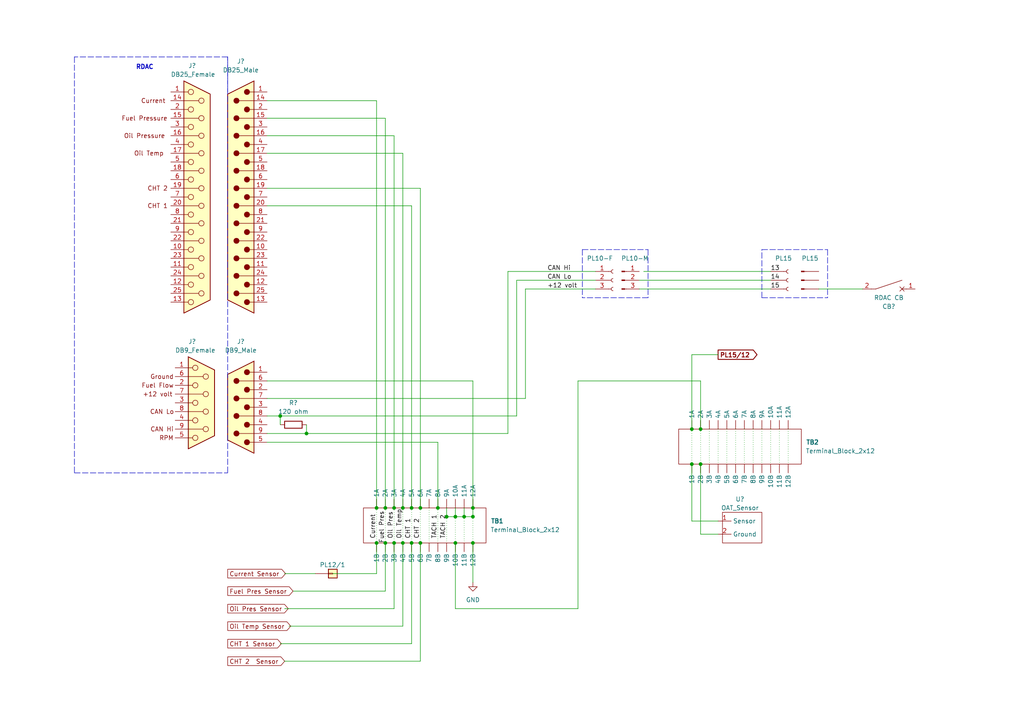
<source format=kicad_sch>
(kicad_sch (version 20211123) (generator eeschema)
  (paper "A4")
  (title_block (title "Europa RDAC wiring") (date "2022-12-02") (rev "1"))
  (lib_symbols
    (symbol "Conn_01x03_Female_1" (pin_numbers hide) (pin_names (offset 1.016) hide)
      (property "Reference" "J" (at 0 5.08 0))
      (property "Value" "Conn_01x03_Female_1" (at 0 -5.08 0))
      (symbol "Conn_01x03_Female_1_1_1"
        (arc (start 0 -2.032) (mid -0.508 -2.54) (end 0 -3.048) (stroke (width 0.1524)))
        (polyline (pts (xy -1.27 -2.54) (xy -0.508 -2.54)) (stroke (width 0.1524)))
        (polyline (pts (xy -1.27 0) (xy -0.508 0)) (stroke (width 0.1524)))
        (polyline (pts (xy -1.27 2.54) (xy -0.508 2.54)) (stroke (width 0.1524)))
        (arc (start 0 0.508) (mid -0.508 0) (end 0 -0.508) (stroke (width 0.1524)))
        (arc (start 0 3.048) (mid -0.508 2.54) (end 0 2.032) (stroke (width 0.1524)))
        (pin passive line (at -5.08 2.54 0) (length 3.81) (name "Pin_1") (number "1"))
        (pin passive line (at -5.08 0 0) (length 3.81) (name "Pin_2") (number "2"))
        (pin passive line (at -5.08 -2.54 0) (length 3.81) (name "Pin_3") (number "3"))
      )
    )
    (symbol "Conn_01x03_Male_1" (pin_numbers hide) (pin_names (offset 1.016) hide)
      (property "Reference" "J" (at 0 5.08 0))
      (property "Value" "Conn_01x03_Male_1" (at 0 -5.08 0))
      (symbol "Conn_01x03_Male_1_1_1"
        (polyline (pts (xy 1.27 -2.54) (xy 0.8636 -2.54)) (stroke (width 0.1524)))
        (polyline (pts (xy 1.27 0) (xy 0.8636 0)) (stroke (width 0.1524)))
        (polyline (pts (xy 1.27 2.54) (xy 0.8636 2.54)) (stroke (width 0.1524)))
        (rectangle (start 0.8636 -2.413) (end 0 -2.667) (stroke (width 0.1524)) (fill (type outline)))
        (rectangle (start 0.8636 0.127) (end 0 -0.127) (stroke (width 0.1524)) (fill (type outline)))
        (rectangle (start 0.8636 2.667) (end 0 2.413) (stroke (width 0.1524)) (fill (type outline)))
        (pin passive line (at 5.08 2.54 180) (length 3.81) (name "Pin_1") (number "1"))
        (pin passive line (at 5.08 0 180) (length 3.81) (name "Pin_2") (number "2"))
        (pin passive line (at 5.08 -2.54 180) (length 3.81) (name "Pin_3") (number "3"))
      )
    )
    (symbol "Connector:Conn_01x03_Female" (pin_names (offset 1.016) hide)
      (property "Reference" "J" (at 0 5.08 0))
      (property "Value" "Conn_01x03_Female" (at 0 -5.08 0))
      (symbol "Conn_01x03_Female_1_1"
        (arc (start 0 -2.032) (mid -0.508 -2.54) (end 0 -3.048) (stroke (width 0.1524)))
        (polyline (pts (xy -1.27 -2.54) (xy -0.508 -2.54)) (stroke (width 0.1524)))
        (polyline (pts (xy -1.27 0) (xy -0.508 0)) (stroke (width 0.1524)))
        (polyline (pts (xy -1.27 2.54) (xy -0.508 2.54)) (stroke (width 0.1524)))
        (arc (start 0 0.508) (mid -0.508 0) (end 0 -0.508) (stroke (width 0.1524)))
        (arc (start 0 3.048) (mid -0.508 2.54) (end 0 2.032) (stroke (width 0.1524)))
        (pin passive line (at -5.08 2.54 0) (length 3.81) (name "Pin_1") (number "1"))
        (pin passive line (at -5.08 0 0) (length 3.81) (name "Pin_2") (number "2"))
        (pin passive line (at -5.08 -2.54 0) (length 3.81) (name "Pin_3") (number "3"))
      )
    )
    (symbol "Connector:Conn_01x03_Male" (pin_names (offset 1.016) hide)
      (property "Reference" "J" (at 0 5.08 0))
      (property "Value" "Conn_01x03_Male" (at 0 -5.08 0))
      (symbol "Conn_01x03_Male_1_1"
        (polyline (pts (xy 1.27 -2.54) (xy 0.8636 -2.54)) (stroke (width 0.1524)))
        (polyline (pts (xy 1.27 0) (xy 0.8636 0)) (stroke (width 0.1524)))
        (polyline (pts (xy 1.27 2.54) (xy 0.8636 2.54)) (stroke (width 0.1524)))
        (rectangle (start 0.8636 -2.413) (end 0 -2.667) (stroke (width 0.1524)) (fill (type outline)))
        (rectangle (start 0.8636 0.127) (end 0 -0.127) (stroke (width 0.1524)) (fill (type outline)))
        (rectangle (start 0.8636 2.667) (end 0 2.413) (stroke (width 0.1524)) (fill (type outline)))
        (pin passive line (at 5.08 2.54 180) (length 3.81) (name "Pin_1") (number "1"))
        (pin passive line (at 5.08 0 180) (length 3.81) (name "Pin_2") (number "2"))
        (pin passive line (at 5.08 -2.54 180) (length 3.81) (name "Pin_3") (number "3"))
      )
    )
    (symbol "Connector:DB25_Female" (pin_names (offset 1.016) hide)
      (property "Reference" "J?" (at 5.08 1.2701 0))
      (property "Value" "DB25_Female" (at 5.08 -1.2699 0))
      (symbol "DB25_Female_0_0"
        (text "CHT 1" (at -11.43 -2.54 0) (effects (font (size 1.27 1.27))))
        (text "CHT 2" (at -11.43 2.54 0) (effects (font (size 1.27 1.27))))
        (text "Current" (at -12.7 27.94 0) (effects (font (size 1.27 1.27))))
        (text "Fuel Pressure" (at -15.24 22.86 0) (effects (font (size 1.27 1.27))))
        (text "Oil Pressure" (at -15.24 17.78 0) (effects (font (size 1.27 1.27))))
        (text "Oil Temp" (at -13.97 12.7 0) (effects (font (size 1.27 1.27))))
      )
      (symbol "DB25_Female_0_1"
        (circle (center -1.778 -30.48) (radius 0.762))
        (circle (center -1.778 -25.4) (radius 0.762))
        (circle (center -1.778 -20.32) (radius 0.762))
        (circle (center -1.778 -15.24) (radius 0.762))
        (circle (center -1.778 -10.16) (radius 0.762))
        (circle (center -1.778 -5.08) (radius 0.762))
        (circle (center -1.778 0) (radius 0.762))
        (circle (center -1.778 5.08) (radius 0.762))
        (circle (center -1.778 10.16) (radius 0.762))
        (circle (center -1.778 15.24) (radius 0.762))
        (circle (center -1.778 20.32) (radius 0.762))
        (circle (center -1.778 25.4) (radius 0.762))
        (circle (center -1.778 30.48) (radius 0.762))
        (polyline (pts (xy -3.81 -30.48) (xy -2.54 -30.48)))
        (polyline (pts (xy -3.81 -27.94) (xy 0.508 -27.94)))
        (polyline (pts (xy -3.81 -25.4) (xy -2.54 -25.4)))
        (polyline (pts (xy -3.81 -22.86) (xy 0.508 -22.86)))
        (polyline (pts (xy -3.81 -20.32) (xy -2.54 -20.32)))
        (polyline (pts (xy -3.81 -17.78) (xy 0.508 -17.78)))
        (polyline (pts (xy -3.81 -15.24) (xy -2.54 -15.24)))
        (polyline (pts (xy -3.81 -12.7) (xy 0.508 -12.7)))
        (polyline (pts (xy -3.81 -10.16) (xy -2.54 -10.16)))
        (polyline (pts (xy -3.81 -7.62) (xy 0.508 -7.62)))
        (polyline (pts (xy -3.81 -5.08) (xy -2.54 -5.08)))
        (polyline (pts (xy -3.81 -2.54) (xy 0.508 -2.54)))
        (polyline (pts (xy -3.81 0) (xy -2.54 0)))
        (polyline (pts (xy -3.81 2.54) (xy 0.508 2.54)))
        (polyline (pts (xy -3.81 5.08) (xy -2.54 5.08)))
        (polyline (pts (xy -3.81 7.62) (xy 0.508 7.62)))
        (polyline (pts (xy -3.81 10.16) (xy -2.54 10.16)))
        (polyline (pts (xy -3.81 12.7) (xy 0.508 12.7)))
        (polyline (pts (xy -3.81 15.24) (xy -2.54 15.24)))
        (polyline (pts (xy -3.81 17.78) (xy 0.508 17.78)))
        (polyline (pts (xy -3.81 20.32) (xy -2.54 20.32)))
        (polyline (pts (xy -3.81 22.86) (xy 0.508 22.86)))
        (polyline (pts (xy -3.81 25.4) (xy -2.54 25.4)))
        (polyline (pts (xy -3.81 27.94) (xy 0.508 27.94)))
        (polyline (pts (xy -3.81 30.48) (xy -2.54 30.48)))
        (polyline (pts (xy -3.81 33.655) (xy 3.81 29.845) (xy 3.81 -29.845) (xy -3.81 -33.655) (xy -3.81 33.655)) (stroke (width 0.254)) (fill (type background)))
        (circle (center 1.27 -27.94) (radius 0.762))
        (circle (center 1.27 -22.86) (radius 0.762))
        (circle (center 1.27 -17.78) (radius 0.762))
        (circle (center 1.27 -12.7) (radius 0.762))
        (circle (center 1.27 -7.62) (radius 0.762))
        (circle (center 1.27 -2.54) (radius 0.762))
        (circle (center 1.27 2.54) (radius 0.762))
        (circle (center 1.27 7.62) (radius 0.762))
        (circle (center 1.27 12.7) (radius 0.762))
        (circle (center 1.27 17.78) (radius 0.762))
        (circle (center 1.27 22.86) (radius 0.762))
        (circle (center 1.27 27.94) (radius 0.762))
      )
      (symbol "DB25_Female_1_1"
        (pin passive line (at -7.62 30.48 0) (length 3.81) (name "1") (number "1"))
        (pin passive line (at -7.62 -15.24 0) (length 3.81) (name "10") (number "10"))
        (pin passive line (at -7.62 -20.32 0) (length 3.81) (name "11") (number "11"))
        (pin passive line (at -7.62 -25.4 0) (length 3.81) (name "12") (number "12"))
        (pin passive line (at -7.62 -30.48 0) (length 3.81) (name "13") (number "13"))
        (pin passive line (at -7.62 27.94 0) (length 3.81) (name "P14") (number "14"))
        (pin passive line (at -7.62 22.86 0) (length 3.81) (name "P15") (number "15"))
        (pin passive line (at -7.62 17.78 0) (length 3.81) (name "P16") (number "16"))
        (pin passive line (at -7.62 12.7 0) (length 3.81) (name "P17") (number "17"))
        (pin passive line (at -7.62 7.62 0) (length 3.81) (name "P18") (number "18"))
        (pin passive line (at -7.62 2.54 0) (length 3.81) (name "P19") (number "19"))
        (pin passive line (at -7.62 25.4 0) (length 3.81) (name "2") (number "2"))
        (pin passive line (at -7.62 -2.54 0) (length 3.81) (name "P20") (number "20"))
        (pin passive line (at -7.62 -7.62 0) (length 3.81) (name "P21") (number "21"))
        (pin passive line (at -7.62 -12.7 0) (length 3.81) (name "P22") (number "22"))
        (pin passive line (at -7.62 -17.78 0) (length 3.81) (name "P23") (number "23"))
        (pin passive line (at -7.62 -22.86 0) (length 3.81) (name "P24") (number "24"))
        (pin passive line (at -7.62 -27.94 0) (length 3.81) (name "P25") (number "25"))
        (pin passive line (at -7.62 20.32 0) (length 3.81) (name "3") (number "3"))
        (pin passive line (at -7.62 15.24 0) (length 3.81) (name "4") (number "4"))
        (pin passive line (at -7.62 10.16 0) (length 3.81) (name "5") (number "5"))
        (pin passive line (at -7.62 5.08 0) (length 3.81) (name "6") (number "6"))
        (pin passive line (at -7.62 0 0) (length 3.81) (name "7") (number "7"))
        (pin passive line (at -7.62 -5.08 0) (length 3.81) (name "8") (number "8"))
        (pin passive line (at -7.62 -10.16 0) (length 3.81) (name "9") (number "9"))
      )
    )
    (symbol "Connector:DB25_Male" (pin_names (offset 1.016) hide)
      (property "Reference" "J" (at 0 34.29 0))
      (property "Value" "DB25_Male" (at 0 -34.925 0))
      (symbol "DB25_Male_0_1"
        (circle (center -1.778 -30.48) (radius 0.762) (fill (type outline)))
        (circle (center -1.778 -25.4) (radius 0.762) (fill (type outline)))
        (circle (center -1.778 -20.32) (radius 0.762) (fill (type outline)))
        (circle (center -1.778 -15.24) (radius 0.762) (fill (type outline)))
        (circle (center -1.778 -10.16) (radius 0.762) (fill (type outline)))
        (circle (center -1.778 -5.08) (radius 0.762) (fill (type outline)))
        (circle (center -1.778 0) (radius 0.762) (fill (type outline)))
        (circle (center -1.778 5.08) (radius 0.762) (fill (type outline)))
        (circle (center -1.778 10.16) (radius 0.762) (fill (type outline)))
        (circle (center -1.778 15.24) (radius 0.762) (fill (type outline)))
        (circle (center -1.778 20.32) (radius 0.762) (fill (type outline)))
        (circle (center -1.778 25.4) (radius 0.762) (fill (type outline)))
        (circle (center -1.778 30.48) (radius 0.762) (fill (type outline)))
        (polyline (pts (xy -3.81 -30.48) (xy -2.54 -30.48)))
        (polyline (pts (xy -3.81 -27.94) (xy 0.508 -27.94)))
        (polyline (pts (xy -3.81 -25.4) (xy -2.54 -25.4)))
        (polyline (pts (xy -3.81 -22.86) (xy 0.508 -22.86)))
        (polyline (pts (xy -3.81 -20.32) (xy -2.54 -20.32)))
        (polyline (pts (xy -3.81 -17.78) (xy 0.508 -17.78)))
        (polyline (pts (xy -3.81 -15.24) (xy -2.54 -15.24)))
        (polyline (pts (xy -3.81 -12.7) (xy 0.508 -12.7)))
        (polyline (pts (xy -3.81 -10.16) (xy -2.54 -10.16)))
        (polyline (pts (xy -3.81 -7.62) (xy 0.508 -7.62)))
        (polyline (pts (xy -3.81 -5.08) (xy -2.54 -5.08)))
        (polyline (pts (xy -3.81 -2.54) (xy 0.508 -2.54)))
        (polyline (pts (xy -3.81 0) (xy -2.54 0)))
        (polyline (pts (xy -3.81 2.54) (xy 0.508 2.54)))
        (polyline (pts (xy -3.81 5.08) (xy -2.54 5.08)))
        (polyline (pts (xy -3.81 7.62) (xy 0.508 7.62)))
        (polyline (pts (xy -3.81 10.16) (xy -2.54 10.16)))
        (polyline (pts (xy -3.81 12.7) (xy 0.508 12.7)))
        (polyline (pts (xy -3.81 15.24) (xy -2.54 15.24)))
        (polyline (pts (xy -3.81 17.78) (xy 0.508 17.78)))
        (polyline (pts (xy -3.81 20.32) (xy -2.54 20.32)))
        (polyline (pts (xy -3.81 22.86) (xy 0.508 22.86)))
        (polyline (pts (xy -3.81 25.4) (xy -2.54 25.4)))
        (polyline (pts (xy -3.81 27.94) (xy 0.508 27.94)))
        (polyline (pts (xy -3.81 30.48) (xy -2.54 30.48)))
        (polyline (pts (xy -3.81 -33.655) (xy 3.81 -29.845) (xy 3.81 29.845) (xy -3.81 33.655) (xy -3.81 -33.655)) (stroke (width 0.254)) (fill (type background)))
        (circle (center 1.27 -27.94) (radius 0.762) (fill (type outline)))
        (circle (center 1.27 -22.86) (radius 0.762) (fill (type outline)))
        (circle (center 1.27 -17.78) (radius 0.762) (fill (type outline)))
        (circle (center 1.27 -12.7) (radius 0.762) (fill (type outline)))
        (circle (center 1.27 -7.62) (radius 0.762) (fill (type outline)))
        (circle (center 1.27 -2.54) (radius 0.762) (fill (type outline)))
        (circle (center 1.27 2.54) (radius 0.762) (fill (type outline)))
        (circle (center 1.27 7.62) (radius 0.762) (fill (type outline)))
        (circle (center 1.27 12.7) (radius 0.762) (fill (type outline)))
        (circle (center 1.27 17.78) (radius 0.762) (fill (type outline)))
        (circle (center 1.27 22.86) (radius 0.762) (fill (type outline)))
        (circle (center 1.27 27.94) (radius 0.762) (fill (type outline)))
      )
      (symbol "DB25_Male_1_1"
        (pin passive line (at -7.62 -30.48 0) (length 3.81) (name "1") (number "1"))
        (pin passive line (at -7.62 15.24 0) (length 3.81) (name "10") (number "10"))
        (pin passive line (at -7.62 20.32 0) (length 3.81) (name "11") (number "11"))
        (pin passive line (at -7.62 25.4 0) (length 3.81) (name "12") (number "12"))
        (pin passive line (at -7.62 30.48 0) (length 3.81) (name "13") (number "13"))
        (pin passive line (at -7.62 -27.94 0) (length 3.81) (name "P14") (number "14"))
        (pin passive line (at -7.62 -22.86 0) (length 3.81) (name "P15") (number "15"))
        (pin passive line (at -7.62 -17.78 0) (length 3.81) (name "P16") (number "16"))
        (pin passive line (at -7.62 -12.7 0) (length 3.81) (name "P17") (number "17"))
        (pin passive line (at -7.62 -7.62 0) (length 3.81) (name "P18") (number "18"))
        (pin passive line (at -7.62 -2.54 0) (length 3.81) (name "P19") (number "19"))
        (pin passive line (at -7.62 -25.4 0) (length 3.81) (name "2") (number "2"))
        (pin passive line (at -7.62 2.54 0) (length 3.81) (name "P20") (number "20"))
        (pin passive line (at -7.62 7.62 0) (length 3.81) (name "P21") (number "21"))
        (pin passive line (at -7.62 12.7 0) (length 3.81) (name "P22") (number "22"))
        (pin passive line (at -7.62 17.78 0) (length 3.81) (name "P23") (number "23"))
        (pin passive line (at -7.62 22.86 0) (length 3.81) (name "P24") (number "24"))
        (pin passive line (at -7.62 27.94 0) (length 3.81) (name "P25") (number "25"))
        (pin passive line (at -7.62 -20.32 0) (length 3.81) (name "3") (number "3"))
        (pin passive line (at -7.62 -15.24 0) (length 3.81) (name "4") (number "4"))
        (pin passive line (at -7.62 -10.16 0) (length 3.81) (name "5") (number "5"))
        (pin passive line (at -7.62 -5.08 0) (length 3.81) (name "6") (number "6"))
        (pin passive line (at -7.62 0 0) (length 3.81) (name "7") (number "7"))
        (pin passive line (at -7.62 5.08 0) (length 3.81) (name "8") (number "8"))
        (pin passive line (at -7.62 10.16 0) (length 3.81) (name "9") (number "9"))
      )
    )
    (symbol "Connector:DB9_Female" (pin_names (offset 1.016) hide)
      (property "Reference" "J?" (at 5.08 1.2701 0))
      (property "Value" "DB9_Female" (at 5.08 -1.2699 0))
      (symbol "DB9_Female_0_0"
        (text "+12 volt" (at -12.7 2.54 0) (effects (font (size 1.27 1.27))))
        (text "CAN Hi" (at -11.43 -7.62 0) (effects (font (size 1.27 1.27))))
        (text "CAN Lo" (at -11.43 -2.54 0) (effects (font (size 1.27 1.27))))
        (text "Fuel Flow" (at -12.7 5.08 0) (effects (font (size 1.27 1.27))))
        (text "Ground" (at -11.43 7.62 0) (effects (font (size 1.27 1.27))))
        (text "RPM" (at -10.16 -10.16 0) (effects (font (size 1.27 1.27))))
      )
      (symbol "DB9_Female_0_1"
        (circle (center -1.778 -10.16) (radius 0.762))
        (circle (center -1.778 -5.08) (radius 0.762))
        (circle (center -1.778 0) (radius 0.762))
        (circle (center -1.778 5.08) (radius 0.762))
        (circle (center -1.778 10.16) (radius 0.762))
        (polyline (pts (xy -3.81 -10.16) (xy -2.54 -10.16)))
        (polyline (pts (xy -3.81 -7.62) (xy 0.508 -7.62)))
        (polyline (pts (xy -3.81 -5.08) (xy -2.54 -5.08)))
        (polyline (pts (xy -3.81 -2.54) (xy 0.508 -2.54)))
        (polyline (pts (xy -3.81 0) (xy -2.54 0)))
        (polyline (pts (xy -3.81 2.54) (xy 0.508 2.54)))
        (polyline (pts (xy -3.81 5.08) (xy -2.54 5.08)))
        (polyline (pts (xy -3.81 7.62) (xy 0.508 7.62)))
        (polyline (pts (xy -3.81 10.16) (xy -2.54 10.16)))
        (polyline (pts (xy -3.81 13.335) (xy -3.81 -13.335) (xy 3.81 -9.525) (xy 3.81 9.525) (xy -3.81 13.335)) (stroke (width 0.254)) (fill (type background)))
        (circle (center 1.27 -7.62) (radius 0.762))
        (circle (center 1.27 -2.54) (radius 0.762))
        (circle (center 1.27 2.54) (radius 0.762))
        (circle (center 1.27 7.62) (radius 0.762))
      )
      (symbol "DB9_Female_1_1"
        (pin passive line (at -7.62 10.16 0) (length 3.81) (name "1") (number "1"))
        (pin passive line (at -7.62 5.08 0) (length 3.81) (name "2") (number "2"))
        (pin passive line (at -7.62 0 0) (length 3.81) (name "3") (number "3"))
        (pin passive line (at -7.62 -5.08 0) (length 3.81) (name "4") (number "4"))
        (pin passive line (at -7.62 -10.16 0) (length 3.81) (name "5") (number "5"))
        (pin passive line (at -7.62 7.62 0) (length 3.81) (name "6") (number "6"))
        (pin passive line (at -7.62 2.54 0) (length 3.81) (name "7") (number "7"))
        (pin passive line (at -7.62 -2.54 0) (length 3.81) (name "8") (number "8"))
        (pin passive line (at -7.62 -7.62 0) (length 3.81) (name "CAN_Hi") (number "9"))
      )
    )
    (symbol "Connector:DB9_Male" (pin_names (offset 1.016) hide)
      (property "Reference" "J" (at 0 13.97 0))
      (property "Value" "DB9_Male" (at 0 -14.605 0))
      (symbol "DB9_Male_0_1"
        (circle (center -1.778 -10.16) (radius 0.762) (fill (type outline)))
        (circle (center -1.778 -5.08) (radius 0.762) (fill (type outline)))
        (circle (center -1.778 0) (radius 0.762) (fill (type outline)))
        (circle (center -1.778 5.08) (radius 0.762) (fill (type outline)))
        (circle (center -1.778 10.16) (radius 0.762) (fill (type outline)))
        (polyline (pts (xy -3.81 -10.16) (xy -2.54 -10.16)))
        (polyline (pts (xy -3.81 -7.62) (xy 0.508 -7.62)))
        (polyline (pts (xy -3.81 -5.08) (xy -2.54 -5.08)))
        (polyline (pts (xy -3.81 -2.54) (xy 0.508 -2.54)))
        (polyline (pts (xy -3.81 0) (xy -2.54 0)))
        (polyline (pts (xy -3.81 2.54) (xy 0.508 2.54)))
        (polyline (pts (xy -3.81 5.08) (xy -2.54 5.08)))
        (polyline (pts (xy -3.81 7.62) (xy 0.508 7.62)))
        (polyline (pts (xy -3.81 10.16) (xy -2.54 10.16)))
        (polyline (pts (xy -3.81 -13.335) (xy -3.81 13.335) (xy 3.81 9.525) (xy 3.81 -9.525) (xy -3.81 -13.335)) (stroke (width 0.254)) (fill (type background)))
        (circle (center 1.27 -7.62) (radius 0.762) (fill (type outline)))
        (circle (center 1.27 -2.54) (radius 0.762) (fill (type outline)))
        (circle (center 1.27 2.54) (radius 0.762) (fill (type outline)))
        (circle (center 1.27 7.62) (radius 0.762) (fill (type outline)))
      )
      (symbol "DB9_Male_1_1"
        (pin passive line (at -7.62 -10.16 0) (length 3.81) (name "1") (number "1"))
        (pin passive line (at -7.62 -5.08 0) (length 3.81) (name "2") (number "2"))
        (pin passive line (at -7.62 0 0) (length 3.81) (name "3") (number "3"))
        (pin passive line (at -7.62 5.08 0) (length 3.81) (name "4") (number "4"))
        (pin passive line (at -7.62 10.16 0) (length 3.81) (name "5") (number "5"))
        (pin passive line (at -7.62 -7.62 0) (length 3.81) (name "6") (number "6"))
        (pin passive line (at -7.62 -2.54 0) (length 3.81) (name "7") (number "7"))
        (pin passive line (at -7.62 2.54 0) (length 3.81) (name "8") (number "8"))
        (pin passive line (at -7.62 7.62 0) (length 3.81) (name "9") (number "9"))
      )
    )
    (symbol "Connector_Generic:Conn_01x01" (pin_numbers hide) (pin_names (offset 1.016) hide)
      (property "Reference" "J" (at 0 2.54 0))
      (property "Value" "Conn_01x01" (at 0 -2.54 0))
      (symbol "Conn_01x01_1_1"
        (rectangle (start -1.27 0.127) (end 0 -0.127) (stroke (width 0.1524)))
        (rectangle (start -1.27 1.27) (end 1.27 -1.27) (stroke (width 0.254)) (fill (type background)))
        (pin passive line (at -5.08 0 0) (length 3.81) (name "Pin_1") (number "1"))
      )
    )
    (symbol "Device:CircuitBreaker_1P"
      (property "Reference" "CB" (at 1.905 0 0))
      (property "Value" "CircuitBreaker_1P" (at 1.905 1.905 0))
      (symbol "CircuitBreaker_1P_0_1"
        (polyline (pts (xy 0 -5.08) (xy 0 -3.81)))
        (polyline (pts (xy 0 -3.81) (xy -2.54 3.81)))
      )
      (symbol "CircuitBreaker_1P_1_1"
        (polyline (pts (xy -0.635 4.445) (xy 0.635 3.175)))
        (polyline (pts (xy 0 5.08) (xy 0 3.81)))
        (polyline (pts (xy 0.635 4.445) (xy -0.635 3.175)))
        (pin passive line (at 0 7.62 270) (length 2.54) (name "~") (number "1"))
        (pin passive line (at 0 -7.62 90) (length 2.54) (name "~") (number "2"))
      )
    )
    (symbol "Device:R" (pin_numbers hide) (pin_names (offset 0))
      (property "Reference" "R" (at 2.032 0 90))
      (property "Value" "R" (at 0 0 90))
      (symbol "R_0_1"
        (rectangle (start -1.016 -2.54) (end 1.016 2.54) (stroke (width 0.254)))
      )
      (symbol "R_1_1"
        (pin passive line (at 0 3.81 270) (length 1.27) (name "~") (number "1"))
        (pin passive line (at 0 -3.81 90) (length 1.27) (name "~") (number "2"))
      )
    )
    (symbol "gary aircraft symbol library:OAT_Sensor" (on_board no)
      (property "Reference" "U" (at 0 0 0))
      (property "Value" "OAT_Sensor" (at 0 0 0))
      (symbol "OAT_Sensor_0_1"
        (rectangle (start -5.08 -2.54) (end 6.35 -11.43))
      )
      (symbol "OAT_Sensor_1_1"
        (pin bidirectional line (at -6.35 -5.08 0) (length 3.81) (name "Sensor") (number "1"))
        (pin power_in line (at -6.35 -8.89 0) (length 3.81) (name "Ground") (number "2"))
      )
    )
    (symbol "gary aircraft symbol library:Terminal_Block_2x12"
      (property "Reference" "TB" (at 0 0 0))
      (property "Value" "Terminal_Block_2x12" (at 0 -2.54 0))
      (symbol "Terminal_Block_2x12_0_1"
        (rectangle (start -16.51 -12.7) (end 19.05 -22.86))
      )
      (symbol "Terminal_Block_2x12_1_1"
        (pin unspecified line (at 10.16 -12.7 90) (length 2.54) (name "10A") (number ""))
        (pin unspecified line (at 10.16 -22.86 270) (length 2.54) (name "10B") (number ""))
        (pin unspecified line (at 12.7 -12.7 90) (length 2.54) (name "11A") (number ""))
        (pin unspecified line (at 12.7 -22.86 270) (length 2.54) (name "11B") (number ""))
        (pin unspecified line (at 15.24 -12.7 90) (length 2.54) (name "12A") (number ""))
        (pin unspecified line (at 15.24 -22.86 270) (length 2.54) (name "12B") (number ""))
        (pin unspecified line (at -12.7 -12.7 90) (length 2.54) (name "1A") (number ""))
        (pin unspecified line (at -12.7 -22.86 270) (length 2.54) (name "1B") (number ""))
        (pin unspecified line (at -10.16 -12.7 90) (length 2.54) (name "2A") (number ""))
        (pin unspecified line (at -10.16 -22.86 270) (length 2.54) (name "2B") (number ""))
        (pin unspecified line (at -7.62 -12.7 90) (length 2.54) (name "3A") (number ""))
        (pin unspecified line (at -7.62 -22.86 270) (length 2.54) (name "3B") (number ""))
        (pin unspecified line (at -5.08 -12.7 90) (length 2.54) (name "4A") (number ""))
        (pin unspecified line (at -5.08 -22.86 270) (length 2.54) (name "4B") (number ""))
        (pin unspecified line (at -2.54 -12.7 90) (length 2.54) (name "5A") (number ""))
        (pin unspecified line (at -2.54 -22.86 270) (length 2.54) (name "5B") (number ""))
        (pin unspecified line (at 0 -12.7 90) (length 2.54) (name "6A") (number ""))
        (pin unspecified line (at 0 -22.86 270) (length 2.54) (name "6B") (number ""))
        (pin unspecified line (at 2.54 -12.7 90) (length 2.54) (name "7A") (number ""))
        (pin unspecified line (at 2.54 -22.86 270) (length 2.54) (name "7B") (number ""))
        (pin unspecified line (at 5.08 -12.7 90) (length 2.54) (name "8A") (number ""))
        (pin unspecified line (at 5.08 -22.86 270) (length 2.54) (name "8B") (number ""))
        (pin unspecified line (at 7.62 -12.7 90) (length 2.54) (name "9A") (number ""))
        (pin unspecified line (at 7.62 -22.86 270) (length 2.54) (name "9B") (number ""))
      )
    )
    (symbol "power:GND" (power) (pin_names (offset 0))
      (property "Value" "GND" (at 0 -3.81 0))
      (symbol "GND_0_1"
        (polyline (pts (xy 0 0) (xy 0 -1.27) (xy 1.27 -1.27) (xy 0 -2.54) (xy -1.27 -1.27) (xy 0 -1.27)))
      )
      (symbol "GND_1_1"
        (pin power_in line (at 0 0 270) (length 0) hide (name "GND") (number "1"))
      )
    )
  )
  (junction (at 127 147.32))
  (junction (at 109.22 157.48))
  (junction (at 116.84 147.32))
  (junction (at 137.16 149.86))
  (junction (at 119.38 147.32))
  (junction (at 132.08 149.86))
  (junction (at 132.08 157.48))
  (junction (at 114.3 147.32))
  (junction (at 88.9 125.73))
  (junction (at 111.76 147.32))
  (junction (at 121.92 157.48))
  (junction (at 121.92 147.32))
  (junction (at 119.38 157.48))
  (junction (at 137.16 147.32))
  (junction (at 81.28 120.65))
  (junction (at 114.3 157.48))
  (junction (at 137.16 157.48))
  (junction (at 203.2 124.46))
  (junction (at 200.66 124.46))
  (junction (at 200.66 134.62))
  (junction (at 116.84 157.48))
  (junction (at 129.54 149.86))
  (junction (at 134.62 149.86))
  (junction (at 109.22 147.32))
  (junction (at 111.76 157.48))
  (junction (at 203.2 134.62))
  (wire (pts (xy 82.55 191.77) (xy 121.92 191.77)))
  (wire (pts (xy 134.62 149.86) (xy 134.62 157.48)) (stroke (width 0) (type dot)))
  (wire (pts (xy 77.47 125.73) (xy 88.9 125.73)))
  (wire (pts (xy 203.2 124.46) (xy 203.2 134.62)) (stroke (width 0) (type dot)))
  (wire (pts (xy 213.36 124.46) (xy 213.36 134.62)) (stroke (width 0) (type dot)))
  (wire (pts (xy 203.2 154.94) (xy 208.28 154.94)))
  (wire (pts (xy 147.32 78.74) (xy 172.72 78.74)))
  (wire (pts (xy 81.28 120.65) (xy 149.86 120.65)))
  (wire (pts (xy 119.38 147.32) (xy 119.38 157.48)) (stroke (width 0) (type dot)))
  (wire (pts (xy 186.69 78.74) (xy 223.52 78.74)))
  (wire (pts (xy 116.84 44.45) (xy 116.84 147.32)))
  (wire (pts (xy 77.47 29.21) (xy 109.22 29.21)))
  (wire (pts (xy 132.08 149.86) (xy 132.08 157.48)) (stroke (width 0) (type dot)))
  (wire (pts (xy 82.55 166.37) (xy 91.44 166.37)))
  (wire (pts (xy 137.16 149.86) (xy 134.62 149.86)))
  (wire (pts (xy 116.84 147.32) (xy 116.84 157.48)) (stroke (width 0) (type dot)))
  (polyline (pts (xy 220.98 72.39) (xy 240.03 72.39)))
  (wire (pts (xy 132.08 149.86) (xy 129.54 149.86)))
  (wire (pts (xy 77.47 128.27) (xy 127 128.27)))
  (wire (pts (xy 149.86 81.28) (xy 172.72 81.28)))
  (polyline (pts (xy 66.04 16.51) (xy 66.04 137.16)))
  (polyline (pts (xy 21.59 16.51) (xy 21.59 137.16)))
  (wire (pts (xy 132.08 147.32) (xy 132.08 149.86)))
  (wire (pts (xy 226.06 124.46) (xy 226.06 134.62)) (stroke (width 0) (type dot)))
  (wire (pts (xy 167.64 110.49) (xy 203.2 110.49)))
  (polyline (pts (xy 220.98 86.36) (xy 240.03 86.36)))
  (wire (pts (xy 77.47 34.29) (xy 111.76 34.29)))
  (wire (pts (xy 210.82 124.46) (xy 210.82 134.62)) (stroke (width 0) (type dot)))
  (wire (pts (xy 200.66 124.46) (xy 200.66 134.62)) (stroke (width 0) (type dot)))
  (wire (pts (xy 218.44 124.46) (xy 218.44 134.62)) (stroke (width 0) (type dot)))
  (wire (pts (xy 77.47 54.61) (xy 121.92 54.61)))
  (wire (pts (xy 132.08 176.53) (xy 167.64 176.53)))
  (wire (pts (xy 137.16 147.32) (xy 137.16 149.86)))
  (polyline (pts (xy 240.03 72.39) (xy 240.03 86.36)))
  (wire (pts (xy 114.3 157.48) (xy 114.3 176.53)))
  (polyline (pts (xy 220.98 86.36) (xy 220.98 72.39)))
  (wire (pts (xy 77.47 39.37) (xy 114.3 39.37)))
  (wire (pts (xy 200.66 134.62) (xy 200.66 151.13)))
  (wire (pts (xy 223.52 124.46) (xy 223.52 134.62)) (stroke (width 0) (type dot)))
  (wire (pts (xy 237.49 83.82) (xy 250.19 83.82)))
  (wire (pts (xy 77.47 120.65) (xy 81.28 120.65)))
  (wire (pts (xy 124.46 147.32) (xy 124.46 157.48)) (stroke (width 0) (type dot)))
  (wire (pts (xy 81.28 186.69) (xy 119.38 186.69)))
  (wire (pts (xy 96.52 166.37) (xy 109.22 166.37)))
  (wire (pts (xy 200.66 102.87) (xy 208.28 102.87)))
  (wire (pts (xy 215.9 124.46) (xy 215.9 134.62)) (stroke (width 0) (type dot)))
  (wire (pts (xy 137.16 149.86) (xy 137.16 157.48)) (stroke (width 0) (type dot)))
  (wire (pts (xy 111.76 171.45) (xy 111.76 157.48)))
  (wire (pts (xy 205.74 124.46) (xy 205.74 134.62)) (stroke (width 0) (type dot)))
  (wire (pts (xy 109.22 166.37) (xy 109.22 157.48)))
  (wire (pts (xy 185.42 83.82) (xy 223.52 83.82)))
  (wire (pts (xy 147.32 125.73) (xy 147.32 78.74)))
  (polyline (pts (xy 187.96 72.39) (xy 187.96 86.36)))
  (wire (pts (xy 149.86 120.65) (xy 149.86 81.28)))
  (wire (pts (xy 129.54 149.86) (xy 129.54 157.48)) (stroke (width 0) (type dot)))
  (wire (pts (xy 116.84 181.61) (xy 116.84 157.48)))
  (wire (pts (xy 121.92 147.32) (xy 121.92 157.48)) (stroke (width 0) (type dot)))
  (polyline (pts (xy 66.04 16.51) (xy 21.59 16.51)))
  (wire (pts (xy 129.54 147.32) (xy 129.54 149.86)))
  (wire (pts (xy 134.62 147.32) (xy 134.62 149.86)))
  (wire (pts (xy 167.64 176.53) (xy 167.64 110.49)))
  (polyline (pts (xy 66.04 26.67) (xy 66.04 16.51)))
  (polyline (pts (xy 168.91 72.39) (xy 187.96 72.39)))
  (polyline (pts (xy 168.91 72.39) (xy 168.91 86.36)))
  (wire (pts (xy 81.28 120.65) (xy 81.28 123.19)))
  (wire (pts (xy 77.47 59.69) (xy 119.38 59.69)))
  (wire (pts (xy 127 128.27) (xy 127 147.32)))
  (wire (pts (xy 111.76 147.32) (xy 111.76 157.48)) (stroke (width 0) (type dot)))
  (wire (pts (xy 121.92 191.77) (xy 121.92 157.48)))
  (wire (pts (xy 203.2 134.62) (xy 203.2 154.94)))
  (wire (pts (xy 77.47 110.49) (xy 137.16 110.49)))
  (wire (pts (xy 111.76 34.29) (xy 111.76 147.32)))
  (wire (pts (xy 109.22 147.32) (xy 109.22 157.48)) (stroke (width 0) (type dot)))
  (wire (pts (xy 83.82 181.61) (xy 116.84 181.61)))
  (wire (pts (xy 82.55 176.53) (xy 114.3 176.53)))
  (wire (pts (xy 127 147.32) (xy 127 157.48)) (stroke (width 0) (type dot)))
  (wire (pts (xy 119.38 59.69) (xy 119.38 147.32)))
  (wire (pts (xy 114.3 147.32) (xy 114.3 157.48)) (stroke (width 0) (type dot)))
  (wire (pts (xy 200.66 151.13) (xy 208.28 151.13)))
  (wire (pts (xy 185.42 81.28) (xy 223.52 81.28)))
  (wire (pts (xy 200.66 124.46) (xy 200.66 102.87)))
  (wire (pts (xy 109.22 29.21) (xy 109.22 147.32)))
  (wire (pts (xy 152.4 115.57) (xy 152.4 83.82)))
  (wire (pts (xy 119.38 186.69) (xy 119.38 157.48)))
  (wire (pts (xy 203.2 110.49) (xy 203.2 124.46)))
  (wire (pts (xy 114.3 39.37) (xy 114.3 147.32)))
  (polyline (pts (xy 21.59 137.16) (xy 66.04 137.16)))
  (wire (pts (xy 208.28 124.46) (xy 208.28 134.62)) (stroke (width 0) (type dot)))
  (wire (pts (xy 88.9 123.19) (xy 88.9 125.73)))
  (wire (pts (xy 228.6 124.46) (xy 228.6 134.62)) (stroke (width 0) (type dot)))
  (wire (pts (xy 134.62 149.86) (xy 132.08 149.86)))
  (wire (pts (xy 88.9 125.73) (xy 147.32 125.73)))
  (wire (pts (xy 77.47 115.57) (xy 152.4 115.57)))
  (wire (pts (xy 85.09 171.45) (xy 111.76 171.45)))
  (wire (pts (xy 121.92 54.61) (xy 121.92 147.32)))
  (wire (pts (xy 152.4 83.82) (xy 172.72 83.82)))
  (wire (pts (xy 220.98 124.46) (xy 220.98 134.62)) (stroke (width 0) (type dot)))
  (wire (pts (xy 137.16 157.48) (xy 137.16 168.91)))
  (wire (pts (xy 137.16 110.49) (xy 137.16 147.32)))
  (wire (pts (xy 77.47 44.45) (xy 116.84 44.45)))
  (wire (pts (xy 132.08 157.48) (xy 132.08 176.53)))
  (polyline (pts (xy 187.96 86.36) (xy 168.91 86.36)))
  (text "RDAC" (at 39.37 20.32 0) (effects (font (size 1.27 1.27) (thickness 0.254) bold) (justify left bottom)))
  (label "14" (at 223.52 81.28 0))
  (label "TACH 1" (at 127 156.21 90))
  (label "CAN Lo" (at 158.75 81.28 0))
  (label "CAN Hi" (at 158.75 78.74 0))
  (label "13" (at 223.52 78.74 0))
  (label "+12 volt" (at 158.75 83.82 0))
  (label "TACH 2" (at 129.54 156.21 90))
  (label "Current" (at 109.22 156.21 90))
  (label "Fuel Pres" (at 111.76 157.48 90))
  (label "CHT 1" (at 119.38 156.21 90))
  (label "Oil Temp" (at 116.84 156.21 90))
  (label "15" (at 223.52 83.82 0))
  (label "CHT 2" (at 121.92 156.21 90))
  (label "Oil Pres" (at 114.3 156.21 90))
  (global_label "CHT 2  Sensor" (shape output) (at 66.04 191.77 0) (property "Intersheet References" "${INTERSHEET_REFS}" (effects hide)))
  (global_label "Current Sensor" (shape output) (at 66.04 166.37 0) (property "Intersheet References" "${INTERSHEET_REFS}" (effects hide)))
  (global_label "CHT 1 Sensor" (shape output) (at 66.04 186.69 0) (property "Intersheet References" "${INTERSHEET_REFS}" (effects hide)))
  (global_label "Oil Temp Sensor" (shape output) (at 66.04 181.61 0) (property "Intersheet References" "${INTERSHEET_REFS}" (effects hide)))
  (global_label "PL15{slash}12" (shape output) (at 208.28 102.87 0) (effects (font bold)) (property "Intersheet References" "${INTERSHEET_REFS}" (effects hide)))
  (global_label "Oil Pres Sensor" (shape output) (at 66.04 176.53 0) (property "Intersheet References" "${INTERSHEET_REFS}" (effects hide)))
  (global_label "Fuel Pres Sensor" (shape output) (at 66.04 171.45 0) (property "Intersheet References" "${INTERSHEET_REFS}" (effects hide)))
  (symbol (lib_id "gary aircraft symbol library:Terminal_Block_2x12") (at 121.92 134.62 0) (unit 1)
    (property "Reference" "TB1" (at 142.24 151.1299 0) (effects (font bold) (justify left)))
    (property "Value" "Terminal_Block_2x12" (at 142.24 153.6699 0) (effects (justify left)))
  )
  (symbol (lib_id "Connector_Generic:Conn_01x01") (at 96.52 166.37 0) (unit 1)
    (property "Reference" "PL12/1" (at 92.71 163.83 0) (effects (justify left)))
    (property "Value" "Conn_01x01" (effects hide))
  )
  (symbol (lib_id "Device:CircuitBreaker_1P") (at 257.81 83.82 270) (unit 1)
    (property "Reference" "CB?" (at 257.81 88.9 90))
    (property "Value" "RDAC CB" (at 257.81 86.36 90))
  )
  (symbol (lib_name "Conn_01x03_Male_1") (lib_id "Connector:Conn_01x03_Male") (at 232.41 81.28 0) (unit 1)
    (property "Reference" "PL15" (at 234.95 74.93 0))
    (property "Value" "Conn_01x03_Male" (effects hide))
  )
  (symbol (lib_id "power:GND") (at 137.16 168.91 0) (unit 1)
    (property "Reference" "#PWR?" (effects hide))
    (property "Value" "GND" (at 137.16 173.99 0))
  )
  (symbol (lib_id "gary aircraft symbol library:OAT_Sensor") (at 214.63 146.05 0) (unit 1) (on_board no)
    (property "Reference" "U?" (at 214.63 144.78 0))
    (property "Value" "OAT_Sensor" (at 214.63 147.32 0))
  )
  (symbol (lib_name "Conn_01x03_Female_1") (lib_id "Connector:Conn_01x03_Female") (at 228.6 81.28 0) (unit 1)
    (property "Reference" "PL15" (at 224.79 74.93 0) (effects (justify left)))
    (property "Value" "Conn_01x03_Female" (effects hide))
  )
  (symbol (lib_id "Connector:DB25_Female") (at 57.15 57.15 0) (unit 1)
    (property "Reference" "J?" (at 54.61 19.05 0) (effects (justify left)))
    (property "Value" "DB25_Female" (at 49.53 21.59 0) (effects (justify left)))
    (property "Datasheet" " ~" (effects hide))
  )
  (symbol (lib_id "gary aircraft symbol library:Terminal_Block_2x12") (at 213.36 111.76 0) (unit 1)
    (property "Reference" "TB2" (at 233.68 128.2699 0) (effects (font bold) (justify left)))
    (property "Value" "Terminal_Block_2x12" (at 233.68 130.8099 0) (effects (justify left)))
  )
  (symbol (lib_id "Connector:Conn_01x03_Male") (at 180.34 81.28 0) (unit 1)
    (property "Reference" "PL10-M" (at 184.15 74.93 0))
    (property "Value" "Conn_01x03_Male" (effects hide))
  )
  (symbol (lib_id "Connector:DB25_Male") (at 69.85 57.15 180) (unit 1)
    (property "Reference" "J?" (at 69.85 17.78 0))
    (property "Value" "DB25_Male" (at 69.85 20.32 0))
    (property "Datasheet" " ~" (effects hide))
  )
  (symbol (lib_id "Connector:Conn_01x03_Female") (at 177.8 81.28 0) (unit 1)
    (property "Reference" "PL10-F" (at 173.99 74.93 0))
    (property "Value" "Conn_01x03_Female" (effects hide))
  )
  (symbol (lib_id "Connector:DB9_Male") (at 69.85 118.11 180) (unit 1)
    (property "Reference" "J?" (at 69.85 99.06 0))
    (property "Value" "DB9_Male" (at 69.85 101.6 0))
    (property "Datasheet" " ~" (effects hide))
  )
  (symbol (lib_id "Connector:DB9_Female") (at 58.42 116.84 0) (unit 1)
    (property "Reference" "J?" (at 54.61 99.06 0) (effects (justify left)))
    (property "Value" "DB9_Female" (at 50.8 101.6 0) (effects (justify left)))
    (property "Datasheet" " ~" (effects hide))
  )
  (symbol (lib_id "Device:R") (at 85.09 123.19 90) (unit 1)
    (property "Reference" "R?" (at 85.09 116.84 90))
    (property "Value" "120 ohm" (at 85.09 119.38 90))
  )
)
</source>
